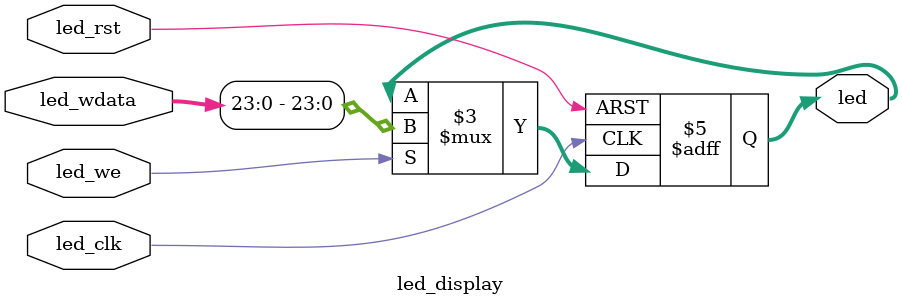
<source format=v>
`timescale 1ns / 1ps

`include "defines.vh"

module led_display (
    input wire led_clk,
    input wire led_rst,
    input wire led_we,
    input wire [31:0] led_wdata,
    output reg [23:0] led
);

    always @(posedge led_clk or posedge led_rst)
    begin
        if (led_rst) begin
            led <= 24'hffffff; // Initialize LEDs to be all off 
        end else begin
            if (led_we) begin
                led <= led_wdata[23:0]; // Write data to LEDs
            end else begin
                led <= led; // Hold the current state
            end
        end
    end

endmodule

</source>
